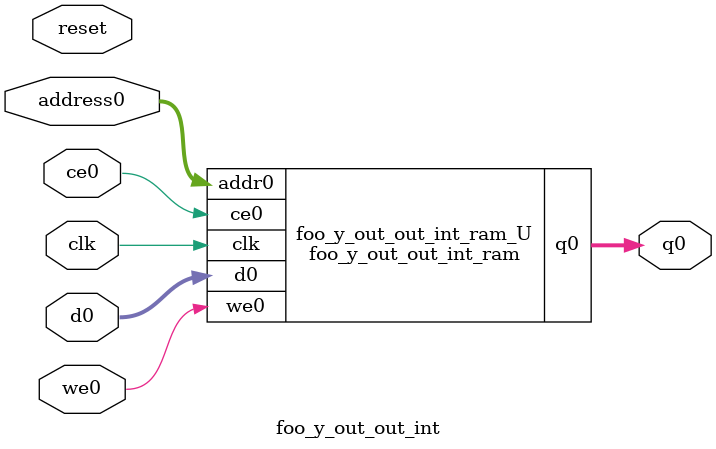
<source format=v>

`timescale 1 ns / 1 ps
module foo_y_out_out_int_ram (addr0, ce0, d0, we0, q0,  clk);

parameter DWIDTH = 32;
parameter AWIDTH = 3;
parameter MEM_SIZE = 5;

input[AWIDTH-1:0] addr0;
input ce0;
input[DWIDTH-1:0] d0;
input we0;
output reg[DWIDTH-1:0] q0;
input clk;

(* ram_style = "distributed" *)reg [DWIDTH-1:0] ram[MEM_SIZE-1:0];




always @(posedge clk)  
begin 
    if (ce0) 
    begin
        if (we0) 
        begin 
            ram[addr0] <= d0; 
            q0 <= d0;
        end 
        else 
            q0 <= ram[addr0];
    end
end


endmodule


`timescale 1 ns / 1 ps
module foo_y_out_out_int(
    reset,
    clk,
    address0,
    ce0,
    we0,
    d0,
    q0);

parameter DataWidth = 32'd32;
parameter AddressRange = 32'd5;
parameter AddressWidth = 32'd3;
input reset;
input clk;
input[AddressWidth - 1:0] address0;
input ce0;
input we0;
input[DataWidth - 1:0] d0;
output[DataWidth - 1:0] q0;



foo_y_out_out_int_ram foo_y_out_out_int_ram_U(
    .clk( clk ),
    .addr0( address0 ),
    .ce0( ce0 ),
    .d0( d0 ),
    .we0( we0 ),
    .q0( q0 ));

endmodule


</source>
